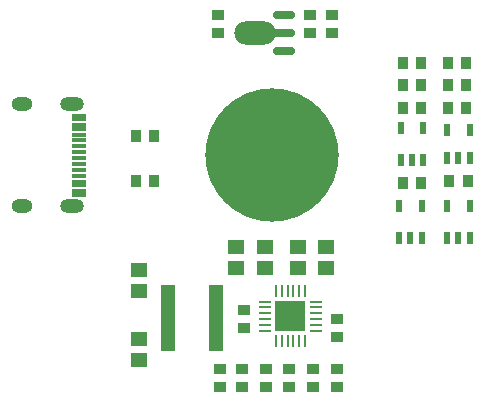
<source format=gbr>
G04 Layer_Color=255*
%FSLAX25Y25*%
%MOIN*%
%TF.FileFunction,Pads,Bot*%
%TF.Part,Single*%
G01*
G75*
%TA.AperFunction,SMDPad*%
%ADD10R,0.03661X0.03858*%
%TA.AperFunction,ViaPad*%
%ADD13O,0.07874X0.04724*%
%TA.AperFunction,ViaPad*%
%ADD14O,0.07087X0.04724*%
%TA.AperFunction,ViaPad*%
%ADD15R,0.00394X0.00394*%
%TA.AperFunction,ConnectorPad*%
%ADD16C,0.44488*%
%TA.AperFunction,SMDPad*%
%ADD18R,0.05118X0.01181*%
%TA.AperFunction,SMDPad*%
%ADD19R,0.03858X0.03661*%
%TA.AperFunction,SMDPad*%
%ADD20R,0.02362X0.03937*%
%TA.AperFunction,SMDPad*%
%ADD21O,0.13780X0.07874*%
%TA.AperFunction,SMDPad*%
%ADD22O,0.08268X0.02756*%
%TA.AperFunction,SMDPad*%
%ADD23O,0.07480X0.02756*%
%TA.AperFunction,SMDPad*%
%ADD24R,0.05787X0.04567*%
%TA.AperFunction,SMDPad*%
%ADD25R,0.04921X0.22402*%
%TA.AperFunction,SMDPad*%
%ADD26O,0.04528X0.00984*%
%TA.AperFunction,SMDPad*%
%ADD27O,0.00984X0.04528*%
%TA.AperFunction,SMDPad*%
%ADD28R,0.09843X0.09843*%
D10*
X458532Y424500D02*
D03*
X452468D02*
D03*
X458532Y409500D02*
D03*
X452468D02*
D03*
X452969Y385000D02*
D03*
X459031D02*
D03*
X452468Y417000D02*
D03*
X458532D02*
D03*
X437468D02*
D03*
X443532D02*
D03*
X443532Y424500D02*
D03*
X437468D02*
D03*
X437468Y409500D02*
D03*
X443532D02*
D03*
X437468Y384500D02*
D03*
X443532D02*
D03*
X354532Y400000D02*
D03*
X348468D02*
D03*
X354532Y385000D02*
D03*
X348468D02*
D03*
D13*
X327028Y376693D02*
D03*
Y410709D02*
D03*
D14*
X310571D02*
D03*
Y376693D02*
D03*
D15*
X324941Y382323D02*
D03*
Y405079D02*
D03*
D16*
X393701Y393701D02*
D03*
D18*
X329587Y398621D02*
D03*
Y406890D02*
D03*
Y405709D02*
D03*
X329586Y403741D02*
D03*
Y402559D02*
D03*
X329587Y400591D02*
D03*
Y396654D02*
D03*
Y394685D02*
D03*
Y392717D02*
D03*
Y390748D02*
D03*
Y388780D02*
D03*
Y386811D02*
D03*
X329587Y384843D02*
D03*
X329587Y383662D02*
D03*
Y381693D02*
D03*
Y380512D02*
D03*
D19*
X414000Y434469D02*
D03*
Y440531D02*
D03*
X406500Y440531D02*
D03*
Y434469D02*
D03*
X376000Y440531D02*
D03*
Y434469D02*
D03*
X415500Y332968D02*
D03*
Y339032D02*
D03*
X399500Y316469D02*
D03*
Y322532D02*
D03*
X392000Y316469D02*
D03*
Y322532D02*
D03*
X407500Y316469D02*
D03*
Y322532D02*
D03*
X415500Y316469D02*
D03*
Y322532D02*
D03*
X384000Y316469D02*
D03*
Y322532D02*
D03*
X376500Y322532D02*
D03*
Y316469D02*
D03*
X384500Y342032D02*
D03*
Y335968D02*
D03*
D20*
X459740Y366087D02*
D03*
X456000D02*
D03*
X452260D02*
D03*
Y376913D02*
D03*
X459740D02*
D03*
Y402224D02*
D03*
X452260D02*
D03*
Y392776D02*
D03*
X456000D02*
D03*
X459740D02*
D03*
X443740Y366087D02*
D03*
X440000D02*
D03*
X436260D02*
D03*
Y376913D02*
D03*
X443740D02*
D03*
X444240Y392087D02*
D03*
X440500D02*
D03*
X436760D02*
D03*
Y402913D02*
D03*
X444240D02*
D03*
D21*
X388158Y434500D02*
D03*
D22*
X397606D02*
D03*
D23*
X398000Y428594D02*
D03*
Y440406D02*
D03*
D24*
X402500Y355996D02*
D03*
Y363004D02*
D03*
X412000D02*
D03*
Y355996D02*
D03*
X382000Y363004D02*
D03*
Y355996D02*
D03*
X391500Y363004D02*
D03*
Y355996D02*
D03*
X349500Y325496D02*
D03*
Y332504D02*
D03*
Y355504D02*
D03*
Y348496D02*
D03*
D25*
X359247Y339600D02*
D03*
X375153D02*
D03*
D26*
X408366Y344921D02*
D03*
Y342953D02*
D03*
Y340984D02*
D03*
Y339016D02*
D03*
Y337047D02*
D03*
Y335079D02*
D03*
X391634D02*
D03*
Y337047D02*
D03*
Y339016D02*
D03*
Y340984D02*
D03*
Y342953D02*
D03*
Y344921D02*
D03*
D27*
X404921Y331634D02*
D03*
X402953D02*
D03*
X400984D02*
D03*
X399016D02*
D03*
X397047D02*
D03*
X395079D02*
D03*
Y348366D02*
D03*
X397047D02*
D03*
X399016D02*
D03*
X400984D02*
D03*
X402953D02*
D03*
X404921D02*
D03*
D28*
X400000Y340000D02*
D03*
%TF.MD5,1CAAB67BAF38366D8333996C7AA9B230*%
M02*

</source>
